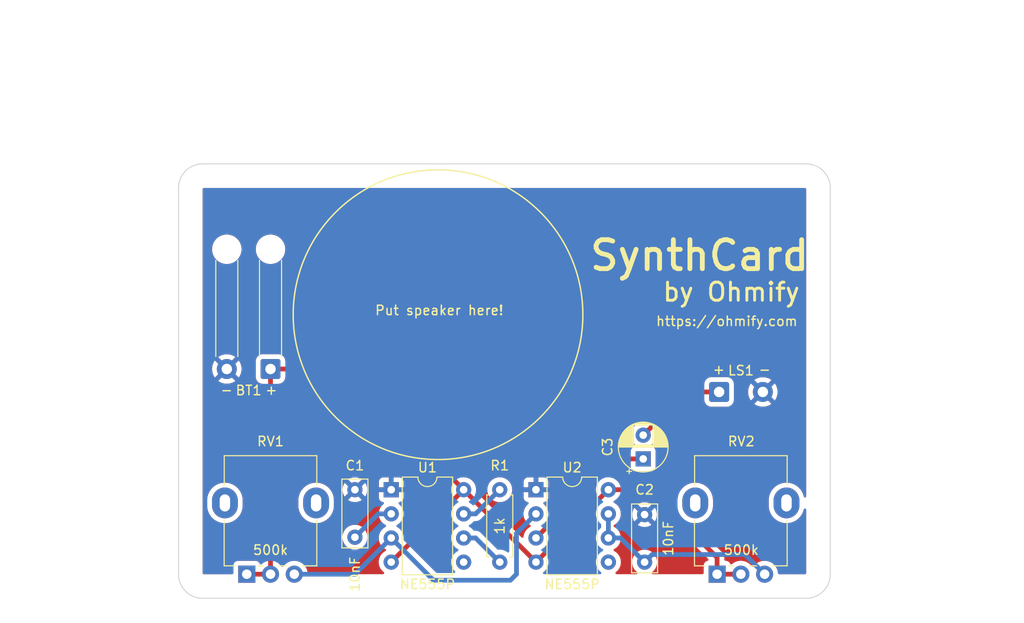
<source format=kicad_pcb>
(kicad_pcb (version 20221018) (generator pcbnew)
  (layers (0 "F.Cu" signal) (31 "B.Cu" signal) (34 "B.Paste" user) (35 "F.Paste" user) (36 "B.SilkS" user "B.Silkscreen") (37 "F.SilkS" user "F.Silkscreen") (38 "B.Mask" user) (39 "F.Mask" user) (44 "Edge.Cuts" user))
  (net 0 "")
  (net 1 "+9V")
  (net 2 "GND")
  (net 3 "Net-(U1-TR)")
  (net 4 "Net-(U2-DIS)")
  (net 5 "Net-(U2-Q)")
  (net 6 "Net-(C3-Pad2)")
  (net 7 "Net-(U1-THR)")
  (net 8 "Net-(U1-DIS)")
  (net 9 "Net-(U1-Q)")
  (footprint "Resistor_THT:R_Axial_DIN0207_L6.3mm_D2.5mm_P7.62mm_Horizontal" (layer "F.Cu") (at 135.4 120.65 90)
    (fp_text reference "R1" (at 10.16 0 180) (layer "F.SilkS"))
    (fp_text value "1k" (at 3.81 0 90) (layer "F.SilkS"))
    (fp_line (start 0.54 -1.37) (end 7.08 -1.37) (stroke (width 0.12)) (layer "F.SilkS"))
    (fp_line (start 0.54 -1.04) (end 0.54 -1.37) (stroke (width 0.12)) (layer "F.SilkS"))
    (fp_line (start 0.54 1.04) (end 0.54 1.37) (stroke (width 0.12)) (layer "F.SilkS"))
    (fp_line (start 0.54 1.37) (end 7.08 1.37) (stroke (width 0.12)) (layer "F.SilkS"))
    (fp_line (start 7.08 -1.37) (end 7.08 -1.04) (stroke (width 0.12)) (layer "F.SilkS"))
    (fp_line (start 7.08 1.37) (end 7.08 1.04) (stroke (width 0.12)) (layer "F.SilkS"))
    (pad "1" thru_hole circle (at 0 0 90) (size 1.6 1.6) (drill 0.8) (layers "*.Cu" "*.Mask") (net 7 "Net-(U1-THR)"))
    (pad "2" thru_hole oval (at 7.62 0 90) (size 1.6 1.6) (drill 0.8) (layers "*.Cu" "*.Mask") (net 8 "Net-(U1-DIS)"))
  )
  (footprint "Capacitor_THT:C_Rect_L7.0mm_W2.5mm_P5.00mm" (layer "F.Cu") (at 150.64 120.65 90)
    (fp_text reference "C2" (at 7.62 0 180) (layer "F.SilkS"))
    (fp_text value "10nF" (at 2.5 2.5 90) (layer "F.SilkS"))
    (fp_line (start -1.12 -1.37) (end -1.12 1.37) (stroke (width 0.12)) (layer "F.SilkS"))
    (fp_line (start -1.12 -1.37) (end 6.12 -1.37) (stroke (width 0.12)) (layer "F.SilkS"))
    (fp_line (start -1.12 1.37) (end 6.12 1.37) (stroke (width 0.12)) (layer "F.SilkS"))
    (fp_line (start 6.12 -1.37) (end 6.12 1.37) (stroke (width 0.12)) (layer "F.SilkS"))
    (pad "1" thru_hole circle (at 0 0 90) (size 1.6 1.6) (drill 0.8) (layers "*.Cu" "*.Mask") (net 4 "Net-(U2-DIS)"))
    (pad "2" thru_hole circle (at 5 0 90) (size 1.6 1.6) (drill 0.8) (layers "*.Cu" "*.Mask") (net 2 "GND"))
  )
  (footprint "Capacitor_THT:CP_Radial_D5.0mm_P2.50mm" (layer "F.Cu") (at 150.495 109.790113 90)
    (fp_text reference "C3" (at 1.25 -3.75 90) (layer "F.SilkS"))
    (fp_text value "10uF")
    (fp_line (start -1.554775 -1.475) (end -1.054775 -1.475) (stroke (width 0.12)) (layer "F.SilkS"))
    (fp_line (start -1.304775 -1.725) (end -1.304775 -1.225) (stroke (width 0.12)) (layer "F.SilkS"))
    (fp_line (start 1.25 -2.58) (end 1.25 2.58) (stroke (width 0.12)) (layer "F.SilkS"))
    (fp_line (start 1.29 -2.58) (end 1.29 2.58) (stroke (width 0.12)) (layer "F.SilkS"))
    (fp_line (start 1.33 -2.579) (end 1.33 2.579) (stroke (width 0.12)) (layer "F.SilkS"))
    (fp_line (start 1.37 -2.578) (end 1.37 2.578) (stroke (width 0.12)) (layer "F.SilkS"))
    (fp_line (start 1.41 -2.576) (end 1.41 2.576) (stroke (width 0.12)) (layer "F.SilkS"))
    (fp_line (start 1.45 -2.573) (end 1.45 2.573) (stroke (width 0.12)) (layer "F.SilkS"))
    (fp_line (start 1.49 -2.569) (end 1.49 -1.04) (stroke (width 0.12)) (layer "F.SilkS"))
    (fp_line (start 1.49 1.04) (end 1.49 2.569) (stroke (width 0.12)) (layer "F.SilkS"))
    (fp_line (start 1.53 -2.565) (end 1.53 -1.04) (stroke (width 0.12)) (layer "F.SilkS"))
    (fp_line (start 1.53 1.04) (end 1.53 2.565) (stroke (width 0.12)) (layer "F.SilkS"))
    (fp_line (start 1.57 -2.561) (end 1.57 -1.04) (stroke (width 0.12)) (layer "F.SilkS"))
    (fp_line (start 1.57 1.04) (end 1.57 2.561) (stroke (width 0.12)) (layer "F.SilkS"))
    (fp_line (start 1.61 -2.556) (end 1.61 -1.04) (stroke (width 0.12)) (layer "F.SilkS"))
    (fp_line (start 1.61 1.04) (end 1.61 2.556) (stroke (width 0.12)) (layer "F.SilkS"))
    (fp_line (start 1.65 -2.55) (end 1.65 -1.04) (stroke (width 0.12)) (layer "F.SilkS"))
    (fp_line (start 1.65 1.04) (end 1.65 2.55) (stroke (width 0.12)) (layer "F.SilkS"))
    (fp_line (start 1.69 -2.543) (end 1.69 -1.04) (stroke (width 0.12)) (layer "F.SilkS"))
    (fp_line (start 1.69 1.04) (end 1.69 2.543) (stroke (width 0.12)) (layer "F.SilkS"))
    (fp_line (start 1.73 -2.536) (end 1.73 -1.04) (stroke (width 0.12)) (layer "F.SilkS"))
    (fp_line (start 1.73 1.04) (end 1.73 2.536) (stroke (width 0.12)) (layer "F.SilkS"))
    (fp_line (start 1.77 -2.528) (end 1.77 -1.04) (stroke (width 0.12)) (layer "F.SilkS"))
    (fp_line (start 1.77 1.04) (end 1.77 2.528) (stroke (width 0.12)) (layer "F.SilkS"))
    (fp_line (start 1.81 -2.52) (end 1.81 -1.04) (stroke (width 0.12)) (layer "F.SilkS"))
    (fp_line (start 1.81 1.04) (end 1.81 2.52) (stroke (width 0.12)) (layer "F.SilkS"))
    (fp_line (start 1.85 -2.511) (end 1.85 -1.04) (stroke (width 0.12)) (layer "F.SilkS"))
    (fp_line (start 1.85 1.04) (end 1.85 2.511) (stroke (width 0.12)) (layer "F.SilkS"))
    (fp_line (start 1.89 -2.501) (end 1.89 -1.04) (stroke (width 0.12)) (layer "F.SilkS"))
    (fp_line (start 1.89 1.04) (end 1.89 2.501) (stroke (width 0.12)) (layer "F.SilkS"))
    (fp_line (start 1.93 -2.491) (end 1.93 -1.04) (stroke (width 0.12)) (layer "F.SilkS"))
    (fp_line (start 1.93 1.04) (end 1.93 2.491) (stroke (width 0.12)) (layer "F.SilkS"))
    (fp_line (start 1.971 -2.48) (end 1.971 -1.04) (stroke (width 0.12)) (layer "F.SilkS"))
    (fp_line (start 1.971 1.04) (end 1.971 2.48) (stroke (width 0.12)) (layer "F.SilkS"))
    (fp_line (start 2.011 -2.468) (end 2.011 -1.04) (stroke (width 0.12)) (layer "F.SilkS"))
    (fp_line (start 2.011 1.04) (end 2.011 2.468) (stroke (width 0.12)) (layer "F.SilkS"))
    (fp_line (start 2.051 -2.455) (end 2.051 -1.04) (stroke (width 0.12)) (layer "F.SilkS"))
    (fp_line (start 2.051 1.04) (end 2.051 2.455) (stroke (width 0.12)) (layer "F.SilkS"))
    (fp_line (start 2.091 -2.442) (end 2.091 -1.04) (stroke (width 0.12)) (layer "F.SilkS"))
    (fp_line (start 2.091 1.04) (end 2.091 2.442) (stroke (width 0.12)) (layer "F.SilkS"))
    (fp_line (start 2.131 -2.428) (end 2.131 -1.04) (stroke (width 0.12)) (layer "F.SilkS"))
    (fp_line (start 2.131 1.04) (end 2.131 2.428) (stroke (width 0.12)) (layer "F.SilkS"))
    (fp_line (start 2.171 -2.414) (end 2.171 -1.04) (stroke (width 0.12)) (layer "F.SilkS"))
    (fp_line (start 2.171 1.04) (end 2.171 2.414) (stroke (width 0.12)) (layer "F.SilkS"))
    (fp_line (start 2.211 -2.398) (end 2.211 -1.04) (stroke (width 0.12)) (layer "F.SilkS"))
    (fp_line (start 2.211 1.04) (end 2.211 2.398) (stroke (width 0.12)) (layer "F.SilkS"))
    (fp_line (start 2.251 -2.382) (end 2.251 -1.04) (stroke (width 0.12)) (layer "F.SilkS"))
    (fp_line (start 2.251 1.04) (end 2.251 2.382) (stroke (width 0.12)) (layer "F.SilkS"))
    (fp_line (start 2.291 -2.365) (end 2.291 -1.04) (stroke (width 0.12)) (layer "F.SilkS"))
    (fp_line (start 2.291 1.04) (end 2.291 2.365) (stroke (width 0.12)) (layer "F.SilkS"))
    (fp_line (start 2.331 -2.348) (end 2.331 -1.04) (stroke (width 0.12)) (layer "F.SilkS"))
    (fp_line (start 2.331 1.04) (end 2.331 2.348) (stroke (width 0.12)) (layer "F.SilkS"))
    (fp_line (start 2.371 -2.329) (end 2.371 -1.04) (stroke (width 0.12)) (layer "F.SilkS"))
    (fp_line (start 2.371 1.04) (end 2.371 2.329) (stroke (width 0.12)) (layer "F.SilkS"))
    (fp_line (start 2.411 -2.31) (end 2.411 -1.04) (stroke (width 0.12)) (layer "F.SilkS"))
    (fp_line (start 2.411 1.04) (end 2.411 2.31) (stroke (width 0.12)) (layer "F.SilkS"))
    (fp_line (start 2.451 -2.29) (end 2.451 -1.04) (stroke (width 0.12)) (layer "F.SilkS"))
    (fp_line (start 2.451 1.04) (end 2.451 2.29) (stroke (width 0.12)) (layer "F.SilkS"))
    (fp_line (start 2.491 -2.268) (end 2.491 -1.04) (stroke (width 0.12)) (layer "F.SilkS"))
    (fp_line (start 2.491 1.04) (end 2.491 2.268) (stroke (width 0.12)) (layer "F.SilkS"))
    (fp_line (start 2.531 -2.247) (end 2.531 -1.04) (stroke (width 0.12)) (layer "F.SilkS"))
    (fp_line (start 2.531 1.04) (end 2.531 2.247) (stroke (width 0.12)) (layer "F.SilkS"))
    (fp_line (start 2.571 -2.224) (end 2.571 -1.04) (stroke (width 0.12)) (layer "F.SilkS"))
    (fp_line (start 2.571 1.04) (end 2.571 2.224) (stroke (width 0.12)) (layer "F.SilkS"))
    (fp_line (start 2.611 -2.2) (end 2.611 -1.04) (stroke (width 0.12)) (layer "F.SilkS"))
    (fp_line (start 2.611 1.04) (end 2.611 2.2) (stroke (width 0.12)) (layer "F.SilkS"))
    (fp_line (start 2.651 -2.175) (end 2.651 -1.04) (stroke (width 0.12)) (layer "F.SilkS"))
    (fp_line (start 2.651 1.04) (end 2.651 2.175) (stroke (width 0.12)) (layer "F.SilkS"))
    (fp_line (start 2.691 -2.149) (end 2.691 -1.04) (stroke (width 0.12)) (layer "F.SilkS"))
    (fp_line (start 2.691 1.04) (end 2.691 2.149) (stroke (width 0.12)) (layer "F.SilkS"))
    (fp_line (start 2.731 -2.122) (end 2.731 -1.04) (stroke (width 0.12)) (layer "F.SilkS"))
    (fp_line (start 2.731 1.04) (end 2.731 2.122) (stroke (width 0.12)) (layer "F.SilkS"))
    (fp_line (start 2.771 -2.095) (end 2.771 -1.04) (stroke (width 0.12)) (layer "F.SilkS"))
    (fp_line (start 2.771 1.04) (end 2.771 2.095) (stroke (width 0.12)) (layer "F.SilkS"))
    (fp_line (start 2.811 -2.065) (end 2.811 -1.04) (stroke (width 0.12)) (layer "F.SilkS"))
    (fp_line (start 2.811 1.04) (end 2.811 2.065) (stroke (width 0.12)) (layer "F.SilkS"))
    (fp_line (start 2.851 -2.035) (end 2.851 -1.04) (stroke (width 0.12)) (layer "F.SilkS"))
    (fp_line (start 2.851 1.04) (end 2.851 2.035) (stroke (width 0.12)) (layer "F.SilkS"))
    (fp_line (start 2.891 -2.004) (end 2.891 -1.04) (stroke (width 0.12)) (layer "F.SilkS"))
    (fp_line (start 2.891 1.04) (end 2.891 2.004) (stroke (width 0.12)) (layer "F.SilkS"))
    (fp_line (start 2.931 -1.971) (end 2.931 -1.04) (stroke (width 0.12)) (layer "F.SilkS"))
    (fp_line (start 2.931 1.04) (end 2.931 1.971) (stroke (width 0.12)) (layer "F.SilkS"))
    (fp_line (start 2.971 -1.937) (end 2.971 -1.04) (stroke (width 0.12)) (layer "F.SilkS"))
    (fp_line (start 2.971 1.04) (end 2.971 1.937) (stroke (width 0.12)) (layer "F.SilkS"))
    (fp_line (start 3.011 -1.901) (end 3.011 -1.04) (stroke (width 0.12)) (layer "F.SilkS"))
    (fp_line (start 3.011 1.04) (end 3.011 1.901) (stroke (width 0.12)) (layer "F.SilkS"))
    (fp_line (start 3.051 -1.864) (end 3.051 -1.04) (stroke (width 0.12)) (layer "F.SilkS"))
    (fp_line (start 3.051 1.04) (end 3.051 1.864) (stroke (width 0.12)) (layer "F.SilkS"))
    (fp_line (start 3.091 -1.826) (end 3.091 -1.04) (stroke (width 0.12)) (layer "F.SilkS"))
    (fp_line (start 3.091 1.04) (end 3.091 1.826) (stroke (width 0.12)) (layer "F.SilkS"))
    (fp_line (start 3.131 -1.785) (end 3.131 -1.04) (stroke (width 0.12)) (layer "F.SilkS"))
    (fp_line (start 3.131 1.04) (end 3.131 1.785) (stroke (width 0.12)) (layer "F.SilkS"))
    (fp_line (start 3.171 -1.743) (end 3.171 -1.04) (stroke (width 0.12)) (layer "F.SilkS"))
    (fp_line (start 3.171 1.04) (end 3.171 1.743) (stroke (width 0.12)) (layer "F.SilkS"))
    (fp_line (start 3.211 -1.699) (end 3.211 -1.04) (stroke (width 0.12)) (layer "F.SilkS"))
    (fp_line (start 3.211 1.04) (end 3.211 1.699) (stroke (width 0.12)) (layer "F.SilkS"))
    (fp_line (start 3.251 -1.653) (end 3.251 -1.04) (stroke (width 0.12)) (layer "F.SilkS"))
    (fp_line (start 3.251 1.04) (end 3.251 1.653) (stroke (width 0.12)) (layer "F.SilkS"))
    (fp_line (start 3.291 -1.605) (end 3.291 -1.04) (stroke (width 0.12)) (layer "F.SilkS"))
    (fp_line (start 3.291 1.04) (end 3.291 1.605) (stroke (width 0.12)) (layer "F.SilkS"))
    (fp_line (start 3.331 -1.554) (end 3.331 -1.04) (stroke (width 0.12)) (layer "F.SilkS"))
    (fp_line (start 3.331 1.04) (end 3.331 1.554) (stroke (width 0.12)) (layer "F.SilkS"))
    (fp_line (start 3.371 -1.5) (end 3.371 -1.04) (stroke (width 0.12)) (layer "F.SilkS"))
    (fp_line (start 3.371 1.04) (end 3.371 1.5) (stroke (width 0.12)) (layer "F.SilkS"))
    (fp_line (start 3.411 -1.443) (end 3.411 -1.04) (stroke (width 0.12)) (layer "F.SilkS"))
    (fp_line (start 3.411 1.04) (end 3.411 1.443) (stroke (width 0.12)) (layer "F.SilkS"))
    (fp_line (start 3.451 -1.383) (end 3.451 -1.04) (stroke (width 0.12)) (layer "F.SilkS"))
    (fp_line (start 3.451 1.04) (end 3.451 1.383) (stroke (width 0.12)) (layer "F.SilkS"))
    (fp_line (start 3.491 -1.319) (end 3.491 -1.04) (stroke (width 0.12)) (layer "F.SilkS"))
    (fp_line (start 3.491 1.04) (end 3.491 1.319) (stroke (width 0.12)) (layer "F.SilkS"))
    (fp_line (start 3.531 -1.251) (end 3.531 -1.04) (stroke (width 0.12)) (layer "F.SilkS"))
    (fp_line (start 3.531 1.04) (end 3.531 1.251) (stroke (width 0.12)) (layer "F.SilkS"))
    (fp_line (start 3.571 -1.178) (end 3.571 1.178) (stroke (width 0.12)) (layer "F.SilkS"))
    (fp_line (start 3.611 -1.098) (end 3.611 1.098) (stroke (width 0.12)) (layer "F.SilkS"))
    (fp_line (start 3.651 -1.011) (end 3.651 1.011) (stroke (width 0.12)) (layer "F.SilkS"))
    (fp_line (start 3.691 -0.915) (end 3.691 0.915) (stroke (width 0.12)) (layer "F.SilkS"))
    (fp_line (start 3.731 -0.805) (end 3.731 0.805) (stroke (width 0.12)) (layer "F.SilkS"))
    (fp_line (start 3.771 -0.677) (end 3.771 0.677) (stroke (width 0.12)) (layer "F.SilkS"))
    (fp_line (start 3.811 -0.518) (end 3.811 0.518) (stroke (width 0.12)) (layer "F.SilkS"))
    (fp_line (start 3.851 -0.284) (end 3.851 0.284) (stroke (width 0.12)) (layer "F.SilkS"))
    (fp_circle (center 1.25 0) (end 3.87 0) (stroke (width 0.12)) (fill none) (layer "F.SilkS"))
    (pad "1" thru_hole rect (at 0 0 90) (size 1.6 1.6) (drill 0.8) (layers "*.Cu" "*.Mask") (net 5 "Net-(U2-Q)"))
    (pad "2" thru_hole circle (at 2.5 0 90) (size 1.6 1.6) (drill 0.8) (layers "*.Cu" "*.Mask") (net 6 "Net-(C3-Pad2)"))
  )
  (footprint "Capacitor_THT:C_Rect_L7.0mm_W2.5mm_P5.00mm" (layer "F.Cu") (at 120.16 118.03 90)
    (fp_text reference "C1" (at 7.54 0 180) (layer "F.SilkS"))
    (fp_text value "10nF" (at -3.89 0 90) (layer "F.SilkS"))
    (fp_line (start -1.12 -1.37) (end -1.12 1.37) (stroke (width 0.12)) (layer "F.SilkS"))
    (fp_line (start -1.12 -1.37) (end 6.12 -1.37) (stroke (width 0.12)) (layer "F.SilkS"))
    (fp_line (start -1.12 1.37) (end 6.12 1.37) (stroke (width 0.12)) (layer "F.SilkS"))
    (fp_line (start 6.12 -1.37) (end 6.12 1.37) (stroke (width 0.12)) (layer "F.SilkS"))
    (pad "1" thru_hole circle (at 0 0 90) (size 1.6 1.6) (drill 0.8) (layers "*.Cu" "*.Mask") (net 3 "Net-(U1-TR)"))
    (pad "2" thru_hole circle (at 5 0 90) (size 1.6 1.6) (drill 0.8) (layers "*.Cu" "*.Mask") (net 2 "GND"))
  )
  (footprint "Potentiometer_THT:Potentiometer_Alpha_RD901F-40-00D_Single_Vertical" (layer "F.Cu") (at 108.78 121.92 90)
    (fp_text reference "RV1" (at 13.97 2.5 180) (layer "F.SilkS"))
    (fp_text value "500k" (at 2.54 2.5 180) (layer "F.SilkS"))
    (fp_line (start 0.88 -2.38) (end 5.6 -2.38) (stroke (width 0.12)) (layer "F.SilkS"))
    (fp_line (start 0.88 -1.19) (end 0.88 -2.37) (stroke (width 0.12)) (layer "F.SilkS"))
    (fp_line (start 0.88 1.71) (end 0.88 1.18) (stroke (width 0.12)) (layer "F.SilkS"))
    (fp_line (start 0.88 4.16) (end 0.88 3.33) (stroke (width 0.12)) (layer "F.SilkS"))
    (fp_line (start 0.88 7.37) (end 0.88 5.88) (stroke (width 0.12)) (layer "F.SilkS"))
    (fp_line (start 0.88 7.37) (end 5.6 7.37) (stroke (width 0.12)) (layer "F.SilkS"))
    (fp_line (start 9.41 -2.37) (end 12.47 -2.37) (stroke (width 0.12)) (layer "F.SilkS"))
    (fp_line (start 9.41 7.37) (end 12.47 7.37) (stroke (width 0.12)) (layer "F.SilkS"))
    (fp_line (start 12.47 7.37) (end 12.47 -2.37) (stroke (width 0.12)) (layer "F.SilkS"))
    (pad "" thru_hole oval (at 7.5 -2.3 180) (size 2.72 3.24) (drill oval 1.1 1.8) (layers "*.Cu" "*.Mask"))
    (pad "" thru_hole oval (at 7.5 7.3 180) (size 2.72 3.24) (drill oval 1.1 1.8) (layers "*.Cu" "*.Mask"))
    (pad "1" thru_hole rect (at 0 0 180) (size 1.8 1.8) (drill 1) (layers "*.Cu" "*.Mask") (net 1 "+9V"))
    (pad "2" thru_hole circle (at 0 2.5 180) (size 1.8 1.8) (drill 1) (layers "*.Cu" "*.Mask") (net 1 "+9V"))
    (pad "3" thru_hole circle (at 0 5 180) (size 1.8 1.8) (drill 1) (layers "*.Cu" "*.Mask") (net 9 "Net-(U1-Q)"))
  )
  (footprint "Package_DIP:DIP-8_W7.62mm" (layer "F.Cu") (at 123.98 113.03)
    (fp_text reference "U1" (at 3.81 -2.33) (layer "F.SilkS"))
    (fp_text value "NE555P" (at 3.81 9.95) (layer "F.SilkS"))
    (fp_line (start 1.16 -1.33) (end 1.16 8.95) (stroke (width 0.12)) (layer "F.SilkS"))
    (fp_line (start 1.16 8.95) (end 6.46 8.95) (stroke (width 0.12)) (layer "F.SilkS"))
    (fp_line (start 2.81 -1.33) (end 1.16 -1.33) (stroke (width 0.12)) (layer "F.SilkS"))
    (fp_line (start 6.46 -1.33) (end 4.81 -1.33) (stroke (width 0.12)) (layer "F.SilkS"))
    (fp_line (start 6.46 8.95) (end 6.46 -1.33) (stroke (width 0.12)) (layer "F.SilkS"))
    (fp_arc (start 4.81 -1.33) (mid 3.81 -0.33) (end 2.81 -1.33) (stroke (width 0.12)) (layer "F.SilkS"))
    (pad "1" thru_hole rect (at 0 0) (size 1.6 1.6) (drill 0.8) (layers "*.Cu" "*.Mask") (net 2 "GND"))
    (pad "2" thru_hole oval (at 0 2.54) (size 1.6 1.6) (drill 0.8) (layers "*.Cu" "*.Mask") (net 3 "Net-(U1-TR)"))
    (pad "3" thru_hole oval (at 0 5.08) (size 1.6 1.6) (drill 0.8) (layers "*.Cu" "*.Mask") (net 9 "Net-(U1-Q)"))
    (pad "4" thru_hole oval (at 0 7.62) (size 1.6 1.6) (drill 0.8) (layers "*.Cu" "*.Mask") (net 1 "+9V"))
    (pad "5" thru_hole oval (at 7.62 7.62) (size 1.6 1.6) (drill 0.8) (layers "*.Cu" "*.Mask"))
    (pad "6" thru_hole oval (at 7.62 5.08) (size 1.6 1.6) (drill 0.8) (layers "*.Cu" "*.Mask") (net 7 "Net-(U1-THR)"))
    (pad "7" thru_hole oval (at 7.62 2.54) (size 1.6 1.6) (drill 0.8) (layers "*.Cu" "*.Mask") (net 8 "Net-(U1-DIS)"))
    (pad "8" thru_hole oval (at 7.62 0) (size 1.6 1.6) (drill 0.8) (layers "*.Cu" "*.Mask") (net 1 "+9V"))
  )
  (footprint "Connector_Wire:SolderWire-0.5sqmm_1x02_P4.6mm_D0.9mm_OD2.1mm" (layer "F.Cu") (at 158.482 102.743)
    (fp_text reference "LS1" (at 2.3 -2.25) (layer "F.SilkS"))
    (fp_text value "Speaker")
    (pad "1" thru_hole roundrect (at 0 0) (size 2.1 2.1) (drill 1.1) (layers "*.Cu" "*.Mask") (roundrect_rratio 0.1190480952) (net 6 "Net-(C3-Pad2)"))
    (pad "2" thru_hole circle (at 4.6 0) (size 2.1 2.1) (drill 1.1) (layers "*.Cu" "*.Mask") (net 2 "GND"))
  )
  (footprint "Connector_Wire:SolderWire-0.5sqmm_1x02_P4.6mm_D0.9mm_OD2.1mm_Relief" (layer "F.Cu") (at 111.28 100.33 180)
    (fp_text reference "BT1" (at 2.3 -2.25) (layer "F.SilkS"))
    (fp_text value "Battery")
    (fp_line (start -1.16 1.31) (end -1.16 11.44) (stroke (width 0.12)) (layer "F.SilkS"))
    (fp_line (start 1.16 1.31) (end 1.16 11.44) (stroke (width 0.12)) (layer "F.SilkS"))
    (fp_line (start 3.44 1.31) (end 3.44 11.44) (stroke (width 0.12)) (layer "F.SilkS"))
    (fp_line (start 5.76 1.31) (end 5.76 11.44) (stroke (width 0.12)) (layer "F.SilkS"))
    (pad "" np_thru_hole circle (at 0 12.6 180) (size 2.6 2.6) (drill 2.6) (layers "*.Cu" "*.Mask"))
    (pad "" np_thru_hole circle (at 4.6 12.6 180) (size 2.6 2.6) (drill 2.6) (layers "*.Cu" "*.Mask"))
    (pad "1" thru_hole roundrect (at 0 0 180) (size 2.1 2.1) (drill 1.1) (layers "*.Cu" "*.Mask") (roundrect_rratio 0.1190480952) (net 1 "+9V"))
    (pad "2" thru_hole circle (at 4.6 0 180) (size 2.1 2.1) (drill 1.1) (layers "*.Cu" "*.Mask") (net 2 "GND"))
  )
  (footprint "Package_DIP:DIP-8_W7.62mm" (layer "F.Cu") (at 139.21 113.03)
    (fp_text reference "U2" (at 3.81 -2.33) (layer "F.SilkS"))
    (fp_text value "NE555P" (at 3.81 9.95) (layer "F.SilkS"))
    (fp_line (start 1.16 -1.33) (end 1.16 8.95) (stroke (width 0.12)) (layer "F.SilkS"))
    (fp_line (start 1.16 8.95) (end 6.46 8.95) (stroke (width 0.12)) (layer "F.SilkS"))
    (fp_line (start 2.81 -1.33) (end 1.16 -1.33) (stroke (width 0.12)) (layer "F.SilkS"))
    (fp_line (start 6.46 -1.33) (end 4.81 -1.33) (stroke (width 0.12)) (layer "F.SilkS"))
    (fp_line (start 6.46 8.95) (end 6.46 -1.33) (stroke (width 0.12)) (layer "F.SilkS"))
    (fp_arc (start 4.81 -1.33) (mid 3.81 -0.33) (end 2.81 -1.33) (stroke (width 0.12)) (layer "F.SilkS"))
    (pad "1" thru_hole rect (at 0 0) (size 1.6 1.6) (drill 0.8) (layers "*.Cu" "*.Mask") (net 2 "GND"))
    (pad "2" thru_hole oval (at 0 2.54) (size 1.6 1.6) (drill 0.8) (layers "*.Cu" "*.Mask") (net 9 "Net-(U1-Q)"))
    (pad "3" thru_hole oval (at 0 5.08) (size 1.6 1.6) (drill 0.8) (layers "*.Cu" "*.Mask") (net 5 "Net-(U2-Q)"))
    (pad "4" thru_hole oval (at 0 7.62) (size 1.6 1.6) (drill 0.8) (layers "*.Cu" "*.Mask") (net 1 "+9V"))
    (pad "5" thru_hole oval (at 7.62 7.62) (size 1.6 1.6) (drill 0.8) (layers "*.Cu" "*.Mask"))
    (pad "6" thru_hole oval (at 7.62 5.08) (size 1.6 1.6) (drill 0.8) (layers "*.Cu" "*.Mask") (net 4 "Net-(U2-DIS)"))
    (pad "7" thru_hole oval (at 7.62 2.54) (size 1.6 1.6) (drill 0.8) (layers "*.Cu" "*.Mask") (net 4 "Net-(U2-DIS)"))
    (pad "8" thru_hole oval (at 7.62 0) (size 1.6 1.6) (drill 0.8) (layers "*.Cu" "*.Mask") (net 1 "+9V"))
  )
  (footprint "Potentiometer_THT:Potentiometer_Alpha_RD901F-40-00D_Single_Vertical" (layer "F.Cu") (at 158.27 121.92 90)
    (fp_text reference "RV2" (at 13.97 2.54 180) (layer "F.SilkS"))
    (fp_text value "500k" (at 2.54 2.54 180) (layer "F.SilkS"))
    (fp_line (start 0.88 -2.38) (end 5.6 -2.38) (stroke (width 0.12)) (layer "F.SilkS"))
    (fp_line (start 0.88 -1.19) (end 0.88 -2.37) (stroke (width 0.12)) (layer "F.SilkS"))
    (fp_line (start 0.88 1.71) (end 0.88 1.18) (stroke (width 0.12)) (layer "F.SilkS"))
    (fp_line (start 0.88 4.16) (end 0.88 3.33) (stroke (width 0.12)) (layer "F.SilkS"))
    (fp_line (start 0.88 7.37) (end 0.88 5.88) (stroke (width 0.12)) (layer "F.SilkS"))
    (fp_line (start 0.88 7.37) (end 5.6 7.37) (stroke (width 0.12)) (layer "F.SilkS"))
    (fp_line (start 9.41 -2.37) (end 12.47 -2.37) (stroke (width 0.12)) (layer "F.SilkS"))
    (fp_line (start 9.41 7.37) (end 12.47 7.37) (stroke (width 0.12)) (layer "F.SilkS"))
    (fp_line (start 12.47 7.37) (end 12.47 -2.37) (stroke (width 0.12)) (layer "F.SilkS"))
    (pad "" thru_hole oval (at 7.5 -2.3 180) (size 2.72 3.24) (drill oval 1.1 1.8) (layers "*.Cu" "*.Mask"))
    (pad "" thru_hole oval (at 7.5 7.3 180) (size 2.72 3.24) (drill oval 1.1 1.8) (layers "*.Cu" "*.Mask"))
    (pad "1" thru_hole rect (at 0 0 180) (size 1.8 1.8) (drill 1) (layers "*.Cu" "*.Mask") (net 1 "+9V"))
    (pad "2" thru_hole circle (at 0 2.5 180) (size 1.8 1.8) (drill 1) (layers "*.Cu" "*.Mask") (net 1 "+9V"))
    (pad "3" thru_hole circle (at 0 5 180) (size 1.8 1.8) (drill 1) (layers "*.Cu" "*.Mask") (net 4 "Net-(U2-DIS)"))
  )
  (gr_circle (center 128.905 94.615) (end 144.145 94.615) (stroke (width 0.15)) (fill none) (layer "F.SilkS"))
  (gr_arc (start 104.14 124.46) (mid 102.343949 123.716051) (end 101.6 121.92) (stroke (width 0.1)) (layer "Edge.Cuts"))
  (gr_arc (start 167.64 78.74) (mid 169.436051 79.483949) (end 170.18 81.28) (stroke (width 0.1)) (layer "Edge.Cuts"))
  (gr_line (start 167.64 124.46) (end 104.14 124.46) (stroke (width 0.1)) (layer "Edge.Cuts"))
  (gr_arc (start 101.6 81.28) (mid 102.343949 79.483949) (end 104.14 78.74) (stroke (width 0.1)) (layer "Edge.Cuts"))
  (gr_line (start 101.6 121.92) (end 101.6 81.28) (stroke (width 0.1)) (layer "Edge.Cuts"))
  (gr_line (start 104.14 78.74) (end 167.64 78.74) (stroke (width 0.1)) (layer "Edge.Cuts"))
  (gr_arc (start 170.18 121.92) (mid 169.436051 123.716051) (end 167.64 124.46) (stroke (width 0.1)) (layer "Edge.Cuts"))
  (gr_line (start 170.18 81.28) (end 170.18 121.92) (stroke (width 0.1)) (layer "Edge.Cuts"))
  (gr_text "Put speaker here!" (at 122.202 94.742) (layer "F.SilkS") (effects (font (size 1 1)) (justify left bottom)))
  (gr_text "+" (at 157.734 100.965) (layer "F.SilkS") (effects (font (size 1 1)) (justify left bottom)))
  (gr_text "-" (at 105.946 103.124) (layer "F.SilkS") (effects (font (size 1 1)) (justify left bottom)))
  (gr_text "by Ohmify" (at 152.4 93.345) (layer "F.SilkS") (effects (font (size 1.905 1.905) (thickness 0.3048)) (justify left bottom)))
  (gr_text "SynthCard" (at 144.625 90.17) (layer "F.SilkS") (effects (font (size 3.048 3.048) (thickness 0.508) bold) (justify left bottom)))
  (gr_text "-" (at 162.56 100.965) (layer "F.SilkS") (effects (font (size 1 1)) (justify left bottom)))
  (gr_text "+" (at 110.645 103.124) (layer "F.SilkS") (effects (font (size 1 1)) (justify left bottom)))
  (gr_text "https://ohmify.com" (at 151.765 95.885) (layer "F.SilkS") (effects (font (size 1 1)) (justify left bottom)))
  (segment (start 139.21 120.64) (end 139.21 120.65) (width 0.5) (layer "F.Cu") (net 1))
  (segment (start 111.28 121.92) (end 108.78 121.92) (width 0.5) (layer "F.Cu") (net 1))
  (segment (start 146.83 113.03) (end 139.21 120.65) (width 0.5) (layer "F.Cu") (net 1))
  (segment (start 131.6 113.03) (end 139.21 120.64) (width 0.5) (layer "F.Cu") (net 1))
  (segment (start 131.6 113.03) (end 123.98 120.65) (width 0.5) (layer "F.Cu") (net 1))
  (segment (start 118.9 100.33) (end 111.28 100.33) (width 0.5) (layer "F.Cu") (net 1))
  (segment (start 158.27 121.92) (end 160.77 121.92) (width 0.5) (layer "F.Cu") (net 1))
  (segment (start 111.28 100.33) (end 111.28 121.92) (width 0.5) (layer "F.Cu") (net 1))
  (segment (start 131.6 113.03) (end 118.9 100.33) (width 0.5) (layer "F.Cu") (net 1))
  (segment (start 151.13 113.03) (end 158.27 120.17) (width 0.5) (layer "F.Cu") (net 1))
  (segment (start 158.27 120.17) (end 158.27 121.92) (width 0.5) (layer "F.Cu") (net 1))
  (segment (start 146.83 113.03) (end 151.13 113.03) (width 0.5) (layer "F.Cu") (net 1))
  (segment (start 122.62 115.57) (end 120.16 118.03) (width 0.5) (layer "B.Cu") (net 3))
  (segment (start 123.98 115.57) (end 122.62 115.57) (width 0.5) (layer "B.Cu") (net 3))
  (segment (start 146.83 118.11) (end 148.1 118.11) (width 0.5) (layer "B.Cu") (net 4))
  (segment (start 150.64 120.65) (end 151.439999 119.850001) (width 0.5) (layer "B.Cu") (net 4))
  (segment (start 161.200001 119.850001) (end 163.27 121.92) (width 0.5) (layer "B.Cu") (net 4))
  (segment (start 151.439999 119.850001) (end 161.200001 119.850001) (width 0.5) (layer "B.Cu") (net 4))
  (segment (start 148.1 118.11) (end 150.64 120.65) (width 0.5) (layer "B.Cu") (net 4))
  (segment (start 146.83 115.57) (end 146.83 118.11) (width 0.5) (layer "B.Cu") (net 4))
  (segment (start 147.529887 109.790113) (end 139.21 118.11) (width 0.5) (layer "F.Cu") (net 5))
  (segment (start 150.495 109.790113) (end 147.529887 109.790113) (width 0.5) (layer "F.Cu") (net 5))
  (segment (start 158.482 102.743) (end 155.042113 102.743) (width 0.5) (layer "F.Cu") (net 6))
  (segment (start 155.042113 102.743) (end 150.495 107.290113) (width 0.5) (layer "F.Cu") (net 6))
  (segment (start 131.6 118.11) (end 132.86 118.11) (width 0.5) (layer "B.Cu") (net 7))
  (segment (start 132.86 118.11) (end 135.4 120.65) (width 0.5) (layer "B.Cu") (net 7))
  (segment (start 132.86 115.57) (end 135.4 113.03) (width 0.5) (layer "B.Cu") (net 8))
  (segment (start 131.6 115.57) (end 132.86 115.57) (width 0.5) (layer "B.Cu") (net 8))
  (segment (start 128.425 122.555) (end 123.98 118.11) (width 0.5) (layer "B.Cu") (net 9))
  (segment (start 123.98 118.11) (end 120.17 121.92) (width 0.5) (layer "B.Cu") (net 9))
  (segment (start 137.16 117.62) (end 137.16 121.92) (width 0.5) (layer "B.Cu") (net 9))
  (segment (start 136.525 122.555) (end 128.425 122.555) (width 0.5) (layer "B.Cu") (net 9))
  (segment (start 139.21 115.57) (end 137.16 117.62) (width 0.5) (layer "B.Cu") (net 9))
  (segment (start 137.16 121.92) (end 136.525 122.555) (width 0.5) (layer "B.Cu") (net 9))
  (segment (start 120.17 121.92) (end 113.78 121.92) (width 0.5) (layer "B.Cu") (net 9))
  (zone (net 2) (net_name "GND") (layer "F.Cu") (connect_pads (clearance 0.508)) (min_thickness 0.25) (fill yes (thermal_gap 0.5) (thermal_bridge_width 0.5))
    (polygon (pts (xy 104.14 81.28) (xy 167.64 81.28) (xy 167.64 121.92) (xy 104.14 121.92)))
  )
  (zone (net 2) (net_name "GND") (layer "B.Cu") (priority 1) (connect_pads (clearance 0.508)) (min_thickness 0.25) (fill yes (thermal_gap 0.5) (thermal_bridge_width 0.5))
    (polygon (pts (xy 104.14 81.28) (xy 167.64 81.28) (xy 167.64 121.92) (xy 104.14 121.92)))
  )
)
</source>
